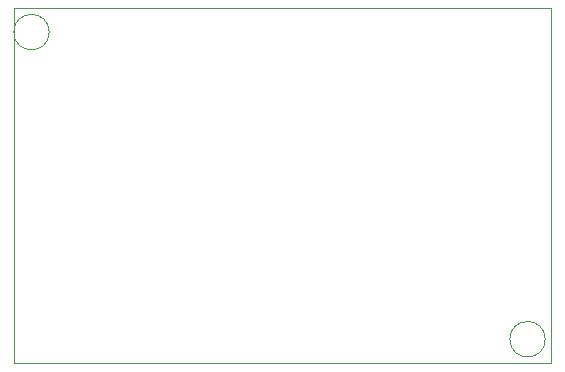
<source format=gbr>
%TF.GenerationSoftware,KiCad,Pcbnew,8.0.4*%
%TF.CreationDate,2024-08-16T22:24:09+02:00*%
%TF.ProjectId,breakout_pwr,62726561-6b6f-4757-945f-7077722e6b69,rev?*%
%TF.SameCoordinates,Original*%
%TF.FileFunction,Profile,NP*%
%FSLAX46Y46*%
G04 Gerber Fmt 4.6, Leading zero omitted, Abs format (unit mm)*
G04 Created by KiCad (PCBNEW 8.0.4) date 2024-08-16 22:24:09*
%MOMM*%
%LPD*%
G01*
G04 APERTURE LIST*
%TA.AperFunction,Profile*%
%ADD10C,0.050000*%
%TD*%
G04 APERTURE END LIST*
D10*
X133000000Y-40500000D02*
G75*
G02*
X130000000Y-40500000I-1500000J0D01*
G01*
X130000000Y-40500000D02*
G75*
G02*
X133000000Y-40500000I1500000J0D01*
G01*
X130000000Y-38500000D02*
X175500000Y-38500000D01*
X175500000Y-68500000D01*
X130000000Y-68500000D01*
X130000000Y-38500000D01*
X175000000Y-66500000D02*
G75*
G02*
X172000000Y-66500000I-1500000J0D01*
G01*
X172000000Y-66500000D02*
G75*
G02*
X175000000Y-66500000I1500000J0D01*
G01*
M02*

</source>
